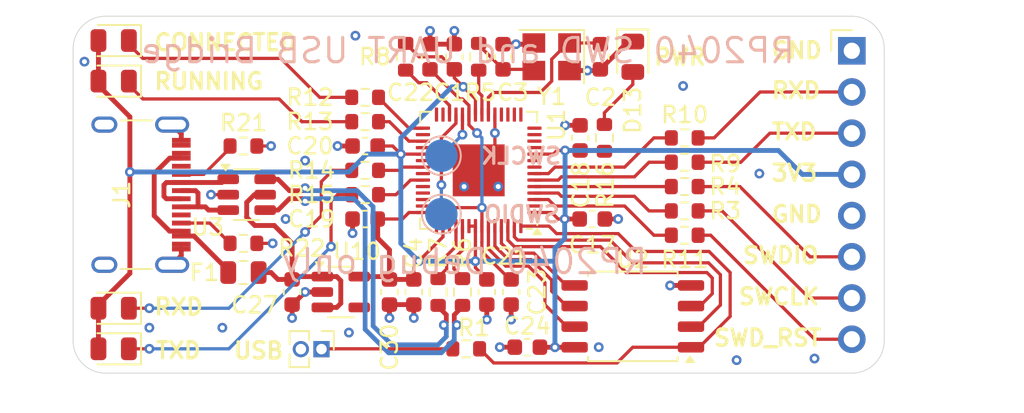
<source format=kicad_pcb>
(kicad_pcb (version 20241229) (generator "pcbnew") (generator_version "9.0")
  (layers (0 "F.Cu" signal) (4 "In1.Cu" signal) (6 "In2.Cu" signal) (2 "B.Cu" signal) (13 "F.Paste" user) (15 "B.Paste" user) (5 "F.SilkS" user "F.Silkscreen") (7 "B.SilkS" user "B.Silkscreen") (1 "F.Mask" user) (3 "B.Mask" user) (25 "Edge.Cuts" user))
  (net 0 "")
  (net 1 "+3V3")
  (net 2 "GND")
  (net 3 "Net-(U1-XIN)")
  (net 4 "Net-(C3-Pad1)")
  (net 5 "Net-(U1-VREG_VOUT)")
  (net 6 "+5V")
  (net 7 "Net-(D13-A)")
  (net 8 "Net-(F1-Pad1)")
  (net 10 "Net-(J1-D--PadA7)")
  (net 11 "Net-(J1-D+-PadA6)")
  (net 12 "Net-(J1-CC1)")
  (net 14 "Net-(J1-CC2)")
  (net 15 "/~{USB_BOOT}")
  (net 16 "/QSPI_SS")
  (net 17 "Net-(U1-GPIO2)")
  (net 18 "/SWCLK")
  (net 19 "Net-(U1-GPIO3)")
  (net 20 "/SWDIO")
  (net 21 "Net-(U1-XOUT)")
  (net 22 "/USB_D+")
  (net 23 "/USB_D-")
  (net 24 "/RUN")
  (net 25 "/TX")
  (net 26 "Net-(U1-GPIO4)")
  (net 27 "/RX")
  (net 28 "Net-(U1-GPIO5)")
  (net 29 "/QSPI_SD0")
  (net 32 "/QSPI_SD3")
  (net 33 "/QSPI_SD2")
  (net 34 "/QSPI_SD1")
  (net 42 "/QSPI_SCLK")
  (net 56 "Net-(D9-K)")
  (net 57 "Net-(D10-K)")
  (net 58 "Net-(D11-K)")
  (net 59 "Net-(D12-K)")
  (net 60 "/RST")
  (net 61 "Net-(U1-GPIO1)")
  (net 62 "/RUSB_D+")
  (net 63 "/RUSB_D-")
  (net 64 "Net-(U1-SWCLK)")
  (net 65 "Net-(U1-SWD)")
  (net 66 "/GPIO18")
  (net 67 "/GPIO20")
  (net 68 "/GPIO23")
  (net 69 "/GPIO25")
  (footprint "Capacitor_SMD:C_0603_1608Metric" (layer "F.Cu") (at 125 105.4 180)
    (property "Reference" "C24")
    (property "Value" "1uF")
  )
  (footprint "Fuse:Fuse_0805_2012Metric" (layer "F.Cu") (at 107.5 100.8)
    (property "Reference" "F1")
    (property "Value" "Polyfuse")
  )
  (footprint "Connector_PinHeader_2.54mm:PinHeader_1x08_P2.54mm_Horizontal" (layer "F.Cu") (at 145 87.13)
    (property "Reference" "J3" (hide yes))
    (property "Value" "Conn_01x08_Pin")
  )
  (footprint "LED_SMD:LED_0805_2012Metric" (layer "F.Cu") (at 99.5 89 180)
    (property "Reference" "D10" (hide yes))
    (property "Value" "DAP_RUNNING_LED")
  )
  (footprint "LED_SMD:LED_0805_2012Metric" (layer "F.Cu") (at 131.5 87.5 -90)
    (property "Reference" "D13")
    (property "Value" "PWR")
  )
  (footprint "Capacitor_SMD:C_0603_1608Metric" (layer "F.Cu") (at 129 97.5)
    (property "Reference" "C17")
    (property "Value" "1uF")
  )
  (footprint "Crystal:Crystal_SMD_3225-4Pin_3.2x2.5mm" (layer "F.Cu") (at 126.5 87.5 180)
    (property "Reference" "Y1")
    (property "Value" "ABM8-272-T3")
  )
  (footprint "Capacitor_SMD:C_0603_1608Metric" (layer "F.Cu") (at 119 87.5 90)
    (property "Reference" "C22")
    (property "Value" "1uF")
  )
  (footprint "Resistor_SMD:R_0603_1608Metric" (layer "F.Cu") (at 107.5 99)
    (property "Reference" "R22")
    (property "Value" "5.1K")
  )
  (footprint "Resistor_SMD:R_0603_1608Metric" (layer "F.Cu") (at 134.7 94)
    (property "Reference" "R9")
    (property "Value" "100R")
  )
  (footprint "Capacitor_SMD:C_0603_1608Metric" (layer "F.Cu") (at 118 102 -90)
    (property "Reference" "C4")
    (property "Value" "1uF")
  )
  (footprint "Package_TO_SOT_SMD:SOT-23-6" (layer "F.Cu") (at 107.7 96)
    (property "Reference" "U3")
    (property "Value" "USBLC6-2SC6")
  )
  (footprint "Capacitor_SMD:C_0603_1608Metric" (layer "F.Cu") (at 122.5 102 -90)
    (property "Reference" "C21")
    (property "Value" "1uF")
  )
  (footprint "Capacitor_SMD:C_0603_1608Metric" (layer "F.Cu") (at 129.5 87.5 -90)
    (property "Reference" "C2")
    (property "Value" "15pF")
  )
  (footprint "Resistor_SMD:R_0603_1608Metric" (layer "F.Cu") (at 115 96 180)
    (property "Reference" "R15")
    (property "Value" "1K")
  )
  (footprint "Resistor_SMD:R_0603_1608Metric" (layer "F.Cu") (at 122 87.5 90)
    (property "Reference" "R5")
    (property "Value" "1k")
  )
  (footprint "Capacitor_SMD:C_0603_1608Metric" (layer "F.Cu") (at 123.5 87.5 90)
    (property "Reference" "C3")
    (property "Value" "15pF")
  )
  (footprint "Capacitor_SMD:C_0603_1608Metric" (layer "F.Cu") (at 124 102 -90)
    (property "Reference" "C23")
    (property "Value" "1uF")
  )
  (footprint "Resistor_SMD:R_0603_1608Metric" (layer "F.Cu") (at 119.5 102 -90)
    (property "Reference" "R7")
    (property "Value" "27R")
  )
  (footprint "Resistor_SMD:R_0603_1608Metric" (layer "F.Cu") (at 134.7 95.5)
    (property "Reference" "R4")
    (property "Value" "100R")
  )
  (footprint "Capacitor_SMD:C_0603_1608Metric" (layer "F.Cu") (at 128.25 92.5 90)
    (property "Reference" "C18")
    (property "Value" "1uF")
  )
  (footprint "Capacitor_SMD:C_0603_1608Metric" (layer "F.Cu") (at 120.5 87.5 90)
    (property "Reference" "C1")
    (property "Value" "1uF")
  )
  (footprint "Capacitor_SMD:C_0603_1608Metric" (layer "F.Cu") (at 116.5 102 -90)
    (property "Reference" "C30")
    (property "Value" "1uF")
  )
  (footprint "Racing:U263-163N-4OS1735" (layer "F.Cu") (at 100 96 -90)
    (property "Reference" "J1")
    (property "Value" "USB_C_Receptacle_USB2.0")
  )
  (footprint "Resistor_SMD:R_0603_1608Metric" (layer "F.Cu") (at 134.7 92.5)
    (property "Reference" "R10")
    (property "Value" "100R")
  )
  (footprint "Resistor_SMD:R_0603_1608Metric" (layer "F.Cu") (at 117.5 87.5 -90)
    (property "Reference" "R8")
    (property "Value" "10k")
  )
  (footprint "Capacitor_SMD:C_0603_1608Metric" (layer "F.Cu") (at 115 97.5 180)
    (property "Reference" "C19")
    (property "Value" "1uF")
  )
  (footprint "Resistor_SMD:R_0603_1608Metric" (layer "F.Cu") (at 115 94.5 180)
    (property "Reference" "R14")
    (property "Value" "1K")
  )
  (footprint "Resistor_SMD:R_0603_1608Metric" (layer "F.Cu") (at 129.75 92.5 -90)
    (property "Reference" "R16")
    (property "Value" "1K")
  )
  (footprint "LED_SMD:LED_0805_2012Metric" (layer "F.Cu") (at 99.5 103 180)
    (property "Reference" "D11" (hide yes))
    (property "Value" "RX_LED")
  )
  (footprint "Resistor_SMD:R_0603_1608Metric" (layer "F.Cu") (at 107.5 93)
    (property "Reference" "R21")
    (property "Value" "5.1K")
  )
  (footprint "Resistor_SMD:R_0603_1608Metric" (layer "F.Cu") (at 134.7 97)
    (property "Reference" "R3")
    (property "Value" "100R")
  )
  (footprint "Resistor_SMD:R_0603_1608Metric" (layer "F.Cu") (at 115 91.5 180)
    (property "Reference" "R13")
    (property "Value" "1K")
  )
  (footprint "Capacitor_SMD:C_0603_1608Metric" (layer "F.Cu") (at 110.5 101.999999 -90)
    (property "Reference" "C27")
    (property "Value" "1uF")
  )
  (footprint "LED_SMD:LED_0805_2012Metric" (layer "F.Cu") (at 99.5 105.5 180)
    (property "Reference" "D12" (hide yes))
    (property "Value" "TX_LED")
  )
  (footprint "Connector_PinHeader_1.27mm:PinHeader_1x02_P1.27mm_Vertical" (layer "F.Cu") (at 112.310001 105.52 -90)
    (property "Reference" "J2" (hide yes))
    (property "Value" "USB_BOOT")
  )
  (footprint "Resistor_SMD:R_0603_1608Metric" (layer "F.Cu") (at 115 90 180)
    (property "Reference" "R12")
    (property "Value" "1K")
  )
  (footprint "Capacitor_SMD:C_0603_1608Metric" (layer "F.Cu") (at 115 93 180)
    (property "Reference" "C20")
    (property "Value" "1uF")
  )
  (footprint "LED_SMD:LED_0805_2012Metric" (layer "F.Cu") (at 99.5 86.5 180)
    (property "Reference" "D9" (hide yes))
    (property "Value" "DAP_CONNECTED")
  )
  (footprint "Resistor_SMD:R_0603_1608Metric" (layer "F.Cu") (at 121.229999 105.5 180)
    (property "Reference" "R1")
    (property "Value" "1k")
  )
  (footprint "Resistor_SMD:R_0603_1608Metric" (layer "F.Cu") (at 121 102 90)
    (property "Reference" "R6")
    (property "Value" "27R")
  )
  (footprint "Package_SO:SOIC-8_5.3x5.3mm_P1.27mm" (layer "F.Cu") (at 131.5 103.5 180)
    (property "Reference" "U2")
    (property "Value" "W25Q128JVS")
  )
  (footprint "Package_TO_SOT_SMD:SOT-23-5" (layer "F.Cu") (at 113.5 102)
    (property "Reference" "U10")
    (property "Value" "XC6210B332MR")
  )
  (footprint "Resistor_SMD:R_0603_1608Metric" (layer "F.Cu") (at 134.7 98.5)
    (property "Reference" "R11")
    (property "Value" "100R")
  )
  (footprint "Package_DFN_QFN:QFN-56-1EP_7x7mm_P0.4mm_EP3.2x3.2mm" (layer "F.Cu") (at 122 94.5 180)
    (property "Reference" "U1")
    (property "Value" "RP2040")
  )
  (footprint "TestPoint:TestPoint_Pad_D2.0mm" (layer "B.Cu") (at 119.7 93.6 180)
    (property "Reference" "TP1" (hide yes))
    (property "Value" "TestPoint")
  )
  (footprint "TestPoint:TestPoint_Pad_D2.0mm" (layer "B.Cu") (at 119.7 97.2 180)
    (property "Reference" "TP2" (hide yes))
    (property "Value" "TestPoint")
  )
  (gr_arc (start 99 107) (mid 97.585786 106.414214) (end 97 105) (stroke (width 0.05)) (layer "Edge.Cuts"))
  (gr_line (start 147 105) (end 147 87) (stroke (width 0.05)) (layer "Edge.Cuts"))
  (gr_line (start 99 107) (end 145 107) (stroke (width 0.05)) (layer "Edge.Cuts"))
  (gr_arc (start 147 105) (mid 146.414214 106.414214) (end 145 107) (stroke (width 0.05)) (layer "Edge.Cuts"))
  (gr_line (start 145 85) (end 99 85) (stroke (width 0.05)) (layer "Edge.Cuts"))
  (gr_arc (start 97 87) (mid 97.585786 85.585786) (end 99 85) (stroke (width 0.05)) (layer "Edge.Cuts"))
  (gr_line (start 97 87) (end 97 105) (stroke (width 0.05)) (layer "Edge.Cuts"))
  (gr_arc (start 145 85) (mid 146.414214 85.585786) (end 147 87) (stroke (width 0.05)) (layer "Edge.Cuts"))
  (gr_text "3V3" (at 139.954 95.25 0) (layer "F.SilkS") (effects (font (size 1 1) (thickness 0.2) (bold yes)) (justify left bottom)))
  (gr_text "SWCLK\n" (at 137.922 102.87 0) (layer "F.SilkS") (effects (font (size 1 1) (thickness 0.2) (bold yes)) (justify left bottom)))
  (gr_text "RUNNING\n" (at 101.9 89.6 0) (layer "F.SilkS") (effects (font (size 1 1) (thickness 0.2) (bold yes)) (justify left bottom)))
  (gr_text "CONNECTED" (at 101.9 87.2 0) (layer "F.SilkS") (effects (font (size 1 1) (thickness 0.2) (bold yes)) (justify left bottom)))
  (gr_text "GND\n" (at 139.954 87.7 0) (layer "F.SilkS") (effects (font (size 1 1) (thickness 0.2) (bold yes)) (justify left bottom)))
  (gr_text "RXD\n" (at 101.9 103.5 0) (layer "F.SilkS") (effects (font (size 1 1) (thickness 0.2) (bold yes)) (justify left bottom)))
  (gr_text "SWD_RST" (at 136.398 105.41 0) (layer "F.SilkS") (effects (font (size 1 1) (thickness 0.2) (bold yes)) (justify left bottom)))
  (gr_text "TXD\n\n" (at 102 107.8 0) (layer "F.SilkS") (effects (font (size 1 1) (thickness 0.2) (bold yes)) (justify left bottom)))
  (gr_text "GND\n" (at 139.954 97.79 0) (layer "F.SilkS") (effects (font (size 1 1) (thickness 0.2) (bold yes)) (justify left bottom)))
  (gr_text "TXD\n" (at 139.954 92.71 0) (layer "F.SilkS") (effects (font (size 1 1) (thickness 0.2) (bold yes)) (justify left bottom)))
  (gr_text "RXD" (at 139.954 90.17 0) (layer "F.SilkS") (effects (font (size 1 1) (thickness 0.2) (bold yes)) (justify left bottom)))
  (gr_text "SWDIO\n" (at 138.176 100.33 0) (layer "F.SilkS") (effects (font (size 1 1) (thickness 0.2) (bold yes)) (justify left bottom)))
  (gr_text "PWR" (at 132.7 88.1 0) (layer "F.SilkS") (effects (font (size 1 1) (thickness 0.2) (bold yes)) (justify left bottom)))
  (gr_text "USB" (at 106.8 106.2 0) (layer "F.SilkS") (effects (font (size 1 1) (thickness 0.2) (bold yes)) (justify left bottom)))
  (gr_text "RP2040 Debug only" (at 132.5 101 0) (layer "B.SilkS") (effects (font (size 1.5 1.5) (thickness 0.1875)) (justify left bottom mirror)))
  (gr_text "RP2040 SWD and UART USB Bridge" (at 141.6 88 0) (layer "B.SilkS") (effects (font (size 1.5 1.5) (thickness 0.1875)) (justify left bottom mirror)))
  (gr_text "SWCLK\n" (at 127.2 94.2 -0) (layer "B.SilkS") (effects (font (size 1 1) (thickness 0.2) (bold yes)) (justify left bottom mirror)))
  (gr_text "SWDIO\n" (at 127.1 97.8 -0) (layer "B.SilkS") (effects (font (size 1 1) (thickness 0.2) (bold yes)) (justify left bottom mirror)))
  (segment (start 126.9 97.5) (end 126.5 97.1) (width 0.2) (layer "F.Cu") (net 1))
  (segment (start 119.4 97.9375) (end 119.800001 97.9375) (width 0.2) (layer "F.Cu") (net 1))
  (segment (start 118.3 100.1) (end 118 100.4) (width 0.2) (layer "F.Cu") (net 1))
  (segment (start 118 100.4) (end 118 101.225) (width 0.2) (layer "F.Cu") (net 1))
  (segment (start 98.5625 105.5) (end 98.5625 103) (width 0.3) (layer "F.Cu") (net 1))
  (segment (start 128.25 93.275) (end 127.325 93.275) (width 0.3) (layer "F.Cu") (net 1))
  (segment (start 121.399999 97.9375) (end 121.8 97.9375) (width 0.2) (layer "F.Cu") (net 1))
  (segment (start 128.225 97.5) (end 127.3 97.5) (width 0.3) (layer "F.Cu") (net 1))
  (segment (start 117.7 97.1) (end 118.5625 97.1) (width 0.2) (layer "F.Cu") (net 1))
  (segment (start 127.325 93.275) (end 126.825 93.275) (width 0.2) (layer "F.Cu") (net 1))
  (segment (start 121.799 99.799) (end 121.799 97.9375) (width 0.2) (layer "F.Cu") (net 1))
  (segment (start 126.825 93.275) (end 126.6 93.5) (width 0.2) (layer "F.Cu") (net 1))
  (segment (start 98.5625 103) (end 98.5625 102.7875) (width 0.3) (layer "F.Cu") (net 1))
  (segment (start 115.775 93) (end 116.7 93) (width 0.2) (layer "F.Cu") (net 1))
  (segment (start 118.325 87.5) (end 119.725 87.5) (width 0.2) (layer "F.Cu") (net 1))
  (segment (start 126.6 93.5) (end 125.4375 93.5) (width 0.2) (layer "F.Cu") (net 1))
  (segment (start 116.5 101.225) (end 116.5 99.4) (width 0.3) (layer "F.Cu") (net 1))
  (segment (start 121.8 99.8) (end 121.799 99.799) (width 0.2) (layer "F.Cu") (net 1))
  (segment (start 129.75 93.325) (end 129.775 93.325) (width 0.3) (layer "F.Cu") (net 1))
  (segment (start 119.800001 98.599999) (end 119.800001 97.9375) (width 0.2) (layer "F.Cu") (net 1))
  (segment (start 119.725 87.5) (end 120.5 88.275) (width 0.2) (layer "F.Cu") (net 1))
  (segment (start 129.7 93.275) (end 129.75 93.325) (width 0.3) (layer "F.Cu") (net 1))
  (segment (start 122.5 101.2) (end 122.5 101.225) (width 0.2) (layer "F.Cu") (net 1))
  (segment (start 98.5625 89) (end 98.5625 86.5) (width 0.3) (layer "F.Cu") (net 1))
  (segment (start 121.8 100.5) (end 122.5 101.2) (width 0.2) (layer "F.Cu") (net 1))
  (segment (start 127.325 93.275) (end 127.3 93.3) (width 0.3) (layer "F.Cu") (net 1))
  (segment (start 126.5 97.1) (end 125.4375 97.1) (width 0.2) (layer "F.Cu") (net 1))
  (segment (start 115.775 98.675) (end 115.775 97.5) (width 0.3) (layer "F.Cu") (net 1))
  (segment (start 121.05 89.35) (end 120.5 88.8) (width 0.2) (layer "F.Cu") (net 1))
  (segment (start 115.775 97.5) (end 117.3 97.5) (width 0.2) (layer "F.Cu") (net 1))
  (segment (start 120.5 88.8) (end 120.5 88.275) (width 0.2) (layer "F.Cu") (net 1))
  (segment (start 127.9125 105.405) (end 126.7 105.405) (width 0.3) (layer "F.Cu") (net 1))
  (segment (start 121.8 90.1) (end 121.05 89.35) (width 0.2) (layer "F.Cu") (net 1))
  (segment (start 128.25 93.275) (end 129.7 93.275) (width 0.3) (layer "F.Cu") (net 1))
  (segment (start 100.5 100.85) (end 100.5 91.2) (width 0.3) (layer "F.Cu") (net 1))
  (segment (start 117.5 86.675) (end 118.325 87.5) (width 0.2) (layer "F.Cu") (net 1))
  (segment (start 116.7 93) (end 117.2 93.5) (width 0.2) (layer "F.Cu") (net 1))
  (segment (start 127.8175 105.5) (end 127.9125 105.405) (width 0.2) (layer "F.Cu") (net 1))
  (segment (start 116.325001 101.050001) (end 116.5 101.225) (width 0.3) (layer "F.Cu") (net 1))
  (segment (start 98.5625 102.7875) (end 100.5 100.85) (width 0.3) (layer "F.Cu") (net 1))
  (segment (start 116.5 99.4) (end 115.775 98.675) (width 0.3) (layer "F.Cu") (net 1))
  (segment (start 125.87 105.405) (end 125.775 105.5) (width 0.3) (layer "F.Cu") (net 1))
  (segment (start 121.8 100.1) (end 121.8 99.8) (width 0.2) (layer "F.Cu") (net 1))
  (segment (start 126.7 105.405) (end 125.87 105.405) (width 0.3) (layer "F.Cu") (net 1))
  (segment (start 116.5 101.225) (end 118 101.225) (width 0.3) (layer "F.Cu") (net 1))
  (segment (start 121.8 91.0625) (end 121.8 90.1) (width 0.2) (layer "F.Cu") (net 1))
  (segment (start 117.3 97.5) (end 117.7 97.1) (width 0.2) (layer "F.Cu") (net 1))
  (segment (start 100.5 91.2) (end 98.5625 89.2625) (width 0.3) (layer "F.Cu") (net 1))
  (segment (start 114.6375 101.050001) (end 116.325001 101.050001) (width 0.3) (layer "F.Cu") (net 1))
  (segment (start 98.5625 89.2625) (end 98.5625 89) (width 0.3) (layer "F.Cu") (net 1))
  (segment (start 121.8 100.1) (end 121.8 100.5) (width 0.2) (layer "F.Cu") (net 1))
  (segment (start 117.2 93.5) (end 118.5625 93.5) (width 0.2) (layer "F.Cu") (net 1))
  (segment (start 127.3 97.5) (end 126.9 97.5) (width 0.2) (layer "F.Cu") (net 1))
  (segment (start 118.3 100.1) (end 119.800001 98.599999) (width 0.2) (layer "F.Cu") (net 1))
  (via (at 117.2 93.5) (size 0.6) (drill 0.3) (layers "F.Cu" "B.Cu") (net 1))
  (via (at 127.325 93.275) (size 0.6) (drill 0.3) (layers "F.Cu" "B.Cu") (net 1))
  (via (at 118.3 100.1) (size 0.6) (drill 0.3) (layers "F.Cu" "B.Cu") (net 1))
  (via (at 100.5 94.6) (size 0.6) (drill 0.3) (layers "F.Cu" "B.Cu") (net 1))
  (via (at 121.8 100.1) (size 0.6) (drill 0.3) (layers "F.Cu" "B.Cu") (net 1))
  (via (at 127.3 97.5) (size 0.6) (drill 0.3) (layers "F.Cu" "B.Cu") (net 1))
  (via (at 126.7 105.405) (size 0.6) (drill 0.3) (layers "F.Cu" "B.Cu") (net 1))
  (via (at 121.05 89.35) (size 0.6) (drill 0.3) (layers "F.Cu" "B.Cu") (net 1))
  (segment (start 145 94.75) (end 141.95 94.75) (width 0.3) (layer "B.Cu") (net 1))
  (segment (start 117.2 92.5) (end 120.35 89.35) (width 0.3) (layer "B.Cu") (net 1))
  (segment (start 127.3 98.7) (end 127.3 97.5) (width 0.3) (layer "B.Cu") (net 1))
  (segment (start 115.1 93.5) (end 114 94.6) (width 0.3) (layer "B.Cu") (net 1))
  (segment (start 117.2 96.4) (end 117.2 93.5) (width 0.3) (layer "B.Cu") (net 1))
  (segment (start 127.325 97.375) (end 127.325 93.275) (width 0.3) (layer "B.Cu") (net 1))
  (segment (start 120.35 89.35) (end 121.05 89.35) (width 0.3) (layer "B.Cu") (net 1))
  (segment (start 117.2 93.5) (end 115.1 93.5) (width 0.3) (layer "B.Cu") (net 1))
  (segment (start 127.3 97.4) (end 127.325 97.375) (width 0.3) (layer "B.Cu") (net 1))
  (segment (start 127.3 97.5) (end 127.3 97.4) (width 0.3) (layer "B.Cu") (net 1))
  (segment (start 121.8 100.1) (end 118.3 100.1) (width 0.3) (layer "B.Cu") (net 1))
  (segment (start 126.7 100.1) (end 126.7 99.3) (width 0.3) (layer "B.Cu") (net 1))
  (segment (start 117.2 99) (end 117.2 96.4) (width 0.3) (layer "B.Cu") (net 1))
  (segment (start 126.7 99.3) (end 127.3 98.7) (width 0.3) (layer "B.Cu") (net 1))
  (segment (start 141.95 94.75) (end 140.475 93.275) (width 0.3) (layer "B.Cu") (net 1))
  (segment (start 126.7 105.405) (end 126.7 100.1) (width 0.3) (layer "B.Cu") (net 1))
  (segment (start 126.7 100.1) (end 121.8 100.1) (width 0.3) (layer "B.Cu") (net 1))
  (segment (start 117.2 93.5) (end 117.2 92.5) (width 0.3) (layer "B.Cu") (net 1))
  (segment (start 118.3 100.1) (end 117.2 99) (width 0.3) (layer "B.Cu") (net 1))
  (segment (start 140.475 93.275) (end 127.325 93.275) (width 0.3) (layer "B.Cu") (net 1))
  (segment (start 114 94.6) (end 100.5 94.6) (width 0.3) (layer "B.Cu") (net 1))
  (segment (start 119 86.725) (end 119 85.9) (width 0.3) (layer "F.Cu") (net 2))
  (segment (start 123 93.5) (end 122 94.5) (width 0.2) (layer "F.Cu") (net 2))
  (segment (start 118 102.775) (end 118 103.6) (width 0.3) (layer "F.Cu") (net 2))
  (segment (start 108.325 99) (end 109.3 99) (width 0.2) (layer "F.Cu") (net 2))
  (segment (start 105.5 96) (end 105.3 96) (width 0.2) (layer "F.Cu") (net 2))
  (segment (start 125.325 86.725) (end 125.4 86.65) (width 0.3) (layer "F.Cu") (net 2))
  (segment (start 106.3625 96) (end 105.5 96) (width 0.2) (layer "F.Cu") (net 2))
  (segment (start 127.6 88.35) (end 128.7 88.35) (width 0.3) (layer "F.Cu") (net 2))
  (segment (start 128.7 88.35) (end 129.425 88.35) (width 0.3) (layer "F.Cu") (net 2))
  (segment (start 118 103.6) (end 118 103.7) (width 0.3) (layer "F.Cu") (net 2))
  (segment (start 103.67 99.755) (end 103.105 100.32) (width 0.3) (layer "F.Cu") (net 2))
  (segment (start 110.525001 102.774999) (end 111.3 102) (width 0.3) (layer "F.Cu") (net 2))
  (segment (start 131.5 86.562499) (end 131.212501 86.562499) (width 0.3) (layer "F.Cu") (net 2))
  (segment (start 114.225 98.375) (end 114.2 98.4) (width 0.3) (layer "F.Cu") (net 2))
  (segment (start 120.5 86.725) (end 120.5 85.9) (width 0.3) (layer "F.Cu") (net 2))
  (segment (start 116.5 102.775) (end 116.5 103.6) (width 0.3) (layer "F.Cu") (net 2))
  (segment (start 124.225 105.4) (end 123.3 105.4) (width 0.3) (layer "F.Cu") (net 2))
  (segment (start 108.325 93) (end 109.2 93) (width 0.2) (layer "F.Cu") (net 2))
  (segment (start 123.5 86.725) (end 124.3 86.725) (width 0.3) (layer "F.Cu") (net 2))
  (segment (start 111.3 102) (end 112.3625 102) (width 0.3) (layer "F.Cu") (net 2))
  (segment (start 114.225 93) (end 113.3 93) (width 0.3) (layer "F.Cu") (net 2))
  (segment (start 120.5 86.725) (end 119 86.725) (width 0.3) (layer "F.Cu") (net 2))
  (segment (start 128.25 91.725) (end 127.325 91.725) (width 0.3) (layer "F.Cu") (net 2))
  (segment (start 114.225 97.5) (end 114.225 98.375) (width 0.3) (layer "F.Cu") (net 2))
  (segment (start 103.67 92.65) (end 103.67 92.245) (width 0.3) (layer "F.Cu") (net 2))
  (segment (start 122.5 102.775) (end 122.5 103.7) (width 0.3) (layer "F.Cu") (net 2))
  (segment (start 110.5 102.774999) (end 110.5 103.6) (width 0.3) (layer "F.Cu") (net 2))
  (segment (start 135.0875 101.595) (end 133.805 101.595) (width 0.3) (layer "F.Cu") (net 2))
  (segment (start 129.425 88.35) (end 129.5 88.275) (width 0.3) (layer "F.Cu") (net 2))
  (segment (start 124 102.775) (end 124 103.7) (width 0.3) (layer "F.Cu") (net 2))
  (segment (start 133.805 101.595) (end 133.8 101.6) (width 0.3) (layer "F.Cu") (net 2))
  (segment (start 129.775 97.5) (end 130.6 97.5) (width 0.3) (layer "F.Cu") (net 2))
  (segment (start 103.67 92.245) (end 103.105 91.68) (width 0.3) (layer "F.Cu") (net 2))
  (segment (start 123.3 105.4) (end 123.2 105.4) (width 0.3) (layer "F.Cu") (net 2))
  (segment (start 123 91.0625) (end 123 92.2) (width 0.2) (layer "F.Cu") (net 2))
  (segment (start 110.5 102.774999) (end 110.525001 102.774999) (width 0.3) (layer "F.Cu") (net 2))
  (segment (start 116.5 102.775) (end 118 102.775) (width 0.3) (layer "F.Cu") (net 2))
  (segment (start 131.212501 86.562499) (end 129.5 88.275) (width 0.3) (layer "F.Cu") (net 2))
  (segment (start 123 92.2) (end 123 93.5) (width 0.2) (layer "F.Cu") (net 2))
  (segment (start 103.67 99.35) (end 103.67 99.755) (width 0.3) (layer "F.Cu") (net 2))
  (segment (start 124.3 86.725) (end 125.325 86.725) (width 0.3) (layer "F.Cu") (net 2))
  (segment (start 130.6 97.5) (end 130.7 97.5) (width 0.3) (layer "F.Cu") (net 2))
  (via (at 101.7 104.2) (size 0.6) (drill 0.3) (layers "F.Cu" "B.Cu") (net 2))
  (via (at 118 103.6) (size 0.6) (drill 0.3) (layers "F.Cu" "B.Cu") (net 2))
  (via (at 142.7 106.1) (size 0.6) (drill 0.3) (layers "F.Cu" "B.Cu") (net 2))
  (via (at 97.7 87.8) (size 0.6) (drill 0.3) (layers "F.Cu" "B.Cu") (net 2))
  (via (at 109.3 99) (size 0.6) (drill 0.3) (layers "F.Cu" "B.Cu") (net 2))
  (via (at 133.8 101.6) (size 0.6) (drill 0.3) (layers "F.Cu" "B.Cu") (net 2))
  (via (at 110.5 103.6) (size 0.6) (drill 0.3) (layers "F.Cu" "B.Cu") (net 2))
  (via (at 114.4 86.2) (size 0.6) (drill 0.3) (layers "F.Cu" "B.Cu") (net 2))
  (via (at 137.9 106.2) (size 0.6) (drill 0.3) (layers "F.Cu" "B.Cu") (net 2))
  (via (at 111.3 102) (size 0.6) (drill 0.3) (layers "F.Cu" "B.Cu") (net 2))
  (via (at 129.4 105.4) (size 0.6) (drill 0.3) (layers "F.Cu" "B.Cu") (net 2))
  (via (at 124.3 86.725) (size 0.6) (drill 0.3) (layers "F.Cu" "B.Cu") (net 2))
  (via (at 120.5 85.9) (size 0.6) (drill 0.3) (layers "F.Cu" "B.Cu") (net 2))
  (via (at 123.3 105.4) (size 0.6) (drill 0.3) (layers "F.Cu" "B.Cu") (net 2))
  (via (at 106.2 104.2) (size 0.6) (drill 0.3) (layers "F.Cu" "B.Cu") (net 2))
  (via (at 113.3 93) (size 0.6) (drill 0.3) (layers "F.Cu" "B.Cu") (net 2))
  (via (at 114 104.5) (size 0.6) (drill 0.3) (layers "F.Cu" "B.Cu") (net 2))
  (via (at 119 85.9) (size 0.6) (drill 0.3) (layers "F.Cu" "B.Cu") (net 2))
  (via (at 123 92.2) (size 0.6) (drill 0.3) (layers "F.Cu" "B.Cu") (net 2))
  (via (at 122.5 103.7) (size 0.6) (drill 0.3) (layers "F.Cu" "B.Cu") (net 2))
  (via (at 110.1 97.5) (size 0.6) (drill 0.3) (layers "F.Cu" "B.Cu") (net 2))
  (via (at 139.3 94.7) (size 0.6) (drill 0.3) (layers "F.Cu" "B.Cu") (net 2))
  (via (at 124 103.7) (size 0.6) (drill 0.3) (layers "F.Cu" "B.Cu") (net 2))
  (via (at 121.1 95.5) (size 0.6) (drill 0.3) (layers "F.Cu" "B.Cu") (net 2))
  (via (at 105.5 96) (size 0.6) (drill 0.3) (layers "F.Cu" "B.Cu") (net 2))
  (via (at 123.2 95.5) (size 0.6) (drill 0.3) (layers "F.Cu" "B.Cu") (net 2))
  (via (at 130.6 97.5) (size 0.6) (drill 0.3) (layers "F.Cu" "B.Cu") (net 2))
  (via (at 114.225 98.375) (size 0.6) (drill 0.3) (layers "F.Cu" "B.Cu") (net 2))
  (via (at 111.3 93.9) (size 0.6) (drill 0.3) (layers "F.Cu" "B.Cu") (net 2))
  (via (at 134.6 89.3) (size 0.6) (drill 0.3) (layers "F.Cu" "B.Cu") (net 2))
  (via (at 109.2 93) (size 0.6) (drill 0.3) (layers "F.Cu" "B.Cu") (net 2))
  (via (at 127.325 91.725) (size 0.6) (drill 0.3) (layers "F.Cu" "B.Cu") (net 2))
  (via (at 116.5 103.6) (size 0.6) (drill 0.3) (layers "F.Cu" "B.Cu") (net 2))
  (via (at 128.7 88.35) (size 0.6) (drill 0.3) (layers "F.Cu" "B.Cu") (net 2))
  (segment (start 127.5 86.65) (end 127.6 86.65) (width 0.2) (layer "F.Cu") (net 3))
  (segment (start 125.8 89.7) (end 126.5 89) (width 0.2) (layer "F.Cu") (net 3))
  (segment (start 127.6 86.65) (end 129.425 86.65) (width 0.2) (layer "F.Cu") (net 3))
  (segment (start 126.5 87.65) (end 127.5 86.65) (width 0.2) (layer "F.Cu") (net 3))
  (segment (start 122.600001 89.999999) (end 122.9 89.7) (width 0.2) (layer "F.Cu") (net 3))
  (segment (start 129.425 86.65) (end 129.5 86.725) (width 0.2) (layer "F.Cu") (net 3))
  (segment (start 122.600001 91.0625) (end 122.600001 89.999999) (width 0.2) (layer "F.Cu") (net 3))
  (segment (start 126.5 89) (end 126.5 87.65) (width 0.2) (layer "F.Cu") (net 3))
  (segment (start 122.9 89.7) (end 125.8 89.7) (width 0.2) (layer "F.Cu") (net 3))
  (segment (start 122 86.775) (end 123.5 88.275) (width 0.2) (layer "F.Cu") (net 4))
  (segment (start 122 86.675) (end 122 86.775) (width 0.2) (layer "F.Cu") (net 4))
  (segment (start 123.5 88.275) (end 125.325 88.275) (width 0.2) (layer "F.Cu") (net 4))
  (segment (start 125.325 88.275) (end 125.4 88.35) (width 0.2) (layer "F.Cu") (net 4))
  (segment (start 120.825 90.1) (end 119 88.275) (width 0.2) (layer "F.Cu") (net 5))
  (segment (start 121.399999 91.0625) (end 121.399999 90.499999) (width 0.2) (layer "F.Cu") (net 5))
  (segment (start 120.2 97.9375) (end 120.2 97) (width 0.2) (layer "F.Cu") (net 5))
  (segment (start 119.2079 88.275) (end 119 88.275) (width 0.2) (layer "F.Cu") (net 5))
  (segment (start 123.9237 101.225) (end 122.199001 99.500301) (width 0.2) (layer "F.Cu") (net 5))
  (segment (start 124 101.225) (end 123.9237 101.225) (width 0.2) (layer "F.Cu") (net 5))
  (segment (start 121.399999 90.499999) (end 121 90.1) (width 0.2) (layer "F.Cu") (net 5))
  (segment (start 121.9 92.2) (end 121.399999 91.699999) (width 0.2) (layer "F.Cu") (net 5))
  (segment (start 120.2 97) (end 120.4 96.8) (width 0.2) (layer "F.Cu") (net 5))
  (segment (start 122.2 98.9342) (end 122.2 97.9375) (width 0.2) (layer "F.Cu") (net 5))
  (segment (start 120.4 96.8) (end 122.2 96.8) (width 0.2) (layer "F.Cu") (net 5))
  (segment (start 121 90.1) (end 120.825 90.1) (width 0.2) (layer "F.Cu") (net 5))
  (segment (start 121.399999 91.699999) (end 121.399999 91.0625) (width 0.2) (layer "F.Cu") (net 5))
  (segment (start 122.199001 98.935199) (end 122.2 98.9342) (width 0.2) (layer "F.Cu") (net 5))
  (segment (start 122.199001 99.500301) (end 122.199001 98.935199) (width 0.2) (layer "F.Cu") (net 5))
  (segment (start 122.2 96.8) (end 122.2 97.9375) (width 0.2) (layer "F.Cu") (net 5))
  (via (at 122.2 96.8) (size 0.6) (drill 0.3) (layers "F.Cu" "B.Cu") (net 5))
  (via (at 121.9 92.2) (size 0.6) (drill 0.3) (layers "F.Cu" "B.Cu") (net 5))
  (segment (start 122.2 96.8) (end 122.2 92.5) (width 0.2) (layer "B.Cu") (net 5))
  (segment (start 122.2 92.5) (end 121.9 92.2) (width 0.2) (layer "B.Cu") (net 5))
  (segment (start 107.7 97.4) (end 108.2 97.9) (width 0.3) (layer "F.Cu") (net 6))
  (segment (start 108.175001 96) (end 107.7 96.475001) (width 0.3) (layer "F.Cu") (net 6))
  (segment (start 108.2 97.9) (end 109.4 97.9) (width 0.3) (layer "F.Cu") (net 6))
  (segment (start 113.5 101.3) (end 113.250001 101.050001) (width 0.3) (layer "F.Cu") (net 6))
  (segment (start 110.674998 101.050001) (end 110.5 101.224999) (width 0.3) (layer "F.Cu") (net 6))
  (segment (start 110.5 99) (end 110.5 101.224999) (width 0.3) (layer "F.Cu") (net 6))
  (segment (start 109.2 100.8) (end 109.624999 101.224999) (width 0.3) (layer "F.Cu") (net 6))
  (segment (start 108.8375 96) (end 108.175001 96) (width 0.3) (layer "F.Cu") (net 6))
  (segment (start 112.3625 101.050001) (end 110.674998 101.050001) (width 0.3) (layer "F.Cu") (net 6))
  (segment (start 109.624999 101.224999) (end 110.5 101.224999) (width 0.3) (layer "F.Cu") (net 6))
  (segment (start 113.5 102.7) (end 113.5 101.3) (width 0.3) (layer "F.Cu") (net 6))
  (segment (start 113.250001 102.949999) (end 113.5 102.7) (width 0.3) (layer "F.Cu") (net 6))
  (segment (start 113.250001 101.050001) (end 112.3625 101.050001) (width 0.3) (layer "F.Cu") (net 6))
  (segment (start 109.4 97.9) (end 110.5 99) (width 0.3) (layer "F.Cu") (net 6))
  (segment (start 107.7 96.475001) (end 107.7 97.4) (width 0.3) (layer "F.Cu") (net 6))
  (segment (start 108.4375 100.8) (end 109.2 100.8) (width 0.3) (layer "F.Cu") (net 6))
  (segment (start 112.3625 102.949999) (end 113.250001 102.949999) (width 0.3) (layer "F.Cu") (net 6))
  (segment (start 131.5 89.2) (end 131.5 88.437501) (width 0.2) (layer "F.Cu") (net 7))
  (segment (start 129.75 91.675) (end 129.75 90.95) (width 0.2) (layer "F.Cu") (net 7))
  (segment (start 129.75 90.95) (end 131.5 89.2) (width 0.2) (layer "F.Cu") (net 7))
  (segment (start 103.67 98.55) (end 104.45 98.55) (width 0.3) (layer "F.Cu") (net 8))
  (segment (start 102.95 98.25) (end 102 97.3) (width 0.3) (layer "F.Cu") (net 8))
  (segment (start 102 97.3) (end 102 94.7) (width 0.3) (layer "F.Cu") (net 8))
  (segment (start 103.67 98.25) (end 102.95 98.25) (width 0.3) (layer "F.Cu") (net 8))
  (segment (start 104.45 98.55) (end 106.5625 100.6625) (width 0.3) (layer "F.Cu") (net 8))
  (segment (start 106.5625 100.6625) (end 106.5625 101) (width 0.3) (layer "F.Cu") (net 8))
  (segment (start 102 94.7) (end 102.95 93.75) (width 0.3) (layer "F.Cu") (net 8))
  (segment (start 102.95 93.75) (end 103.67 93.75) (width 0.3) (layer "F.Cu") (net 8))
  (segment (start 106.162501 95.25) (end 106.3625 95.050001) (width 0.3) (layer "F.Cu") (net 10))
  (segment (start 103.67 95.25) (end 102.75 95.25) (width 0.3) (layer "F.Cu") (net 10))
  (segment (start 102.75 96.25) (end 102.6 96.1) (width 0.3) (layer "F.Cu") (net 10))
  (segment (start 102.75 95.25) (end 102.6 95.4) (width 0.3) (layer "F.Cu") (net 10))
  (segment (start 103.67 95.25) (end 106.162501 95.25) (width 0.3) (layer "F.Cu") (net 10))
  (segment (start 102.6 96.1) (end 102.6 95.4) (width 0.3) (layer "F.Cu") (net 10))
  (segment (start 103.67 96.25) (end 102.75 96.25) (width 0.3) (layer "F.Cu") (net 10))
  (segment (start 104.9 96.75) (end 104.7 96.75) (width 0.3) (layer "F.Cu") (net 11))
  (segment (start 105.15 96.75) (end 104.9 96.75) (width 0.3) (layer "F.Cu") (net 11))
  (segment (start 104.7 96.75) (end 103.67 96.75) (width 0.3) (layer "F.Cu") (net 11))
  (segment (start 104.7 95.9) (end 104.7 96.75) (width 0.3) (layer "F.Cu") (net 11))
  (segment (start 105.349999 96.949999) (end 105.15 96.75) (width 0.3) (layer "F.Cu") (net 11))
  (segment (start 104.55 95.75) (end 104.7 95.9) (width 0.3) (layer "F.Cu") (net 11))
  (segment (start 106.3625 96.949999) (end 105.349999 96.949999) (width 0.3) (layer "F.Cu") (net 11))
  (segment (start 103.67 95.75) (end 104.55 95.75) (width 0.3) (layer "F.Cu") (net 11))
  (segment (start 105.05 94.75) (end 106.675 93.125) (width 0.2) (layer "F.Cu") (net 12))
  (segment (start 106.675 93.125) (end 106.675 93) (width 0.2) (layer "F.Cu") (net 12))
  (segment (start 103.669999 94.75) (end 105.05 94.75) (width 0.2) (layer "F.Cu") (net 12))
  (segment (start 106.675 99) (end 105.425 97.75) (width 0.2) (layer "F.Cu") (net 14))
  (segment (start 105.425 97.75) (end 103.67 97.75) (width 0.2) (layer "F.Cu") (net 14))
  (segment (start 120.404999 105.5) (end 112.330001 105.5) (width 0.2) (layer "F.Cu") (net 15))
  (segment (start 112.330001 105.5) (end 112.310001 105.52) (width 0.2) (layer "F.Cu") (net 15))
  (segment (start 130.6 98.4) (end 126.8 98.4) (width 0.2) (layer "F.Cu") (net 16))
  (segment (start 130.527499 106.372501) (end 131.495 105.405) (width 0.2) (layer "F.Cu") (net 16))
  (segment (start 135.0875 105.405) (end 135.595 105.405) (width 0.2) (layer "F.Cu") (net 16))
  (segment (start 131.495 105.405) (end 135.0875 105.405) (width 0.2) (layer "F.Cu") (net 16))
  (segment (start 122.9275 106.372501) (end 130.527499 106.372501) (width 0.2) (layer "F.Cu") (net 16))
  (segment (start 137.5 103.5) (end 137.5 100.8) (width 0.2) (layer "F.Cu") (net 16))
  (segment (start 122.054999 105.5) (end 122.9275 106.372501) (width 0.2) (layer "F.Cu") (net 16))
  (segment (start 135.595 105.405) (end 137.5 103.5) (width 0.2) (layer "F.Cu") (net 16))
  (segment (start 126.8 98.4) (end 126.3375 97.9375) (width 0.2) (layer "F.Cu") (net 16))
  (segment (start 137.5 100.8) (end 136.2 99.5) (width 0.2) (layer "F.Cu") (net 16))
  (segment (start 136.2 99.5) (end 131.7 99.5) (width 0.2) (layer "F.Cu") (net 16))
  (segment (start 131.7 99.5) (end 130.6 98.4) (width 0.2) (layer "F.Cu") (net 16))
  (segment (start 126.3375 97.9375) (end 124.6 97.9375) (width 0.2) (layer "F.Cu") (net 16))
  (segment (start 133.875 97) (end 132.5 97) (width 0.2) (layer "F.Cu") (net 17))
  (segment (start 126.9 95.9) (end 125.4375 95.9) (width 0.2) (layer "F.Cu") (net 17))
  (segment (start 127.1 96.1) (end 126.9 95.9) (width 0.2) (layer "F.Cu") (net 17))
  (segment (start 132.5 97) (end 131.6 96.1) (width 0.2) (layer "F.Cu") (net 17))
  (segment (start 131.6 96.1) (end 127.1 96.1) (width 0.2) (layer "F.Cu") (net 17))
  (segment (start 142.37 102.37) (end 137 97) (width 0.2) (layer "F.Cu") (net 18))
  (segment (start 145 102.37) (end 142.37 102.37) (width 0.2) (layer "F.Cu") (net 18))
  (segment (start 137 97) (end 135.525 97) (width 0.2) (layer "F.Cu") (net 18))
  (segment (start 125.4375 95.5) (end 133.85 95.5) (width 0.2) (layer "F.Cu") (net 19))
  (segment (start 142.43 99.83) (end 138.1 95.5) (width 0.2) (layer "F.Cu") (net 20))
  (segment (start 145 99.83) (end 142.43 99.83) (width 0.2) (layer "F.Cu") (net 20))
  (segment (start 138.1 95.5) (end 135.525 95.5) (width 0.2) (layer "F.Cu") (net 20))
  (segment (start 122.2 89.9) (end 122 89.7) (width 0.2) (layer "F.Cu") (net 21))
  (segment (start 122 89.7) (end 122 88.325) (width 0.2) (layer "F.Cu") (net 21))
  (segment (start 122.2 91.0625) (end 122.2 89.9) (width 0.2) (layer "F.Cu") (net 21))
  (segment (start 111.14575 96.24575) (end 110.3355 96.24575) (width 0.2915) (layer "F.Cu") (net 22))
  (segment (start 109.631251 96.949999) (end 108.6375 96.949999) (width 0.2915) (layer "F.Cu") (net 22))
  (segment (start 111.3 96.4) (end 111.14575 96.24575) (width 0.2915) (layer "F.Cu") (net 22))
  (segment (start 120.49575 103.883443) (end 120.65 104.037693) (width 0.2915) (layer "F.Cu") (net 22))
  (segment (start 120.49575 103.40425) (end 120.49575 103.883443) (width 0.2915) (layer "F.Cu") (net 22))
  (segment (start 121 102.825) (end 121 102.9) (width 0.2915) (layer "F.Cu") (net 22))
  (segment (start 110.3355 96.24575) (end 109.631251 96.949999) (width 0.2915) (layer "F.Cu") (net 22))
  (segment (start 121 102.9) (end 120.49575 103.40425) (width 0.2915) (layer "F.Cu") (net 22))
  (via (at 120.65 104.037693) (size 0.6) (drill 0.3) (layers "F.Cu" "B.Cu") (net 22))
  (via (at 111.3 96.4) (size 0.6) (drill 0.3) (layers "F.Cu" "B.Cu") (net 22))
  (segment (start 120.49575 104.951794) (end 119.701794 105.74575) (width 0.2915) (layer "B.Cu") (net 22))
  (segment (start 119.701794 105.74575) (end 116.44575 105.74575) (width 0.2915) (layer "B.Cu") (net 22))
  (segment (start 116.44575 105.74575) (end 115 104.3) (width 0.2915) (layer "B.Cu") (net 22))
  (segment (start 115 104.3) (end 115 96.947544) (width 0.2915) (layer "B.Cu") (net 22))
  (segment (start 114.298206 96.24575) (end 111.45425 96.24575) (width 0.2915) (layer "B.Cu") (net 22))
  (segment (start 115 96.947544) (end 114.298206 96.24575) (width 0.2915) (layer "B.Cu") (net 22))
  (segment (start 111.45425 96.24575) (end 111.3 96.4) (width 0.2915) (layer "B.Cu") (net 22))
  (segment (start 120.49575 104.191943) (end 120.49575 104.951794) (width 0.2915) (layer "B.Cu") (net 22))
  (segment (start 120.65 104.037693) (end 120.49575 104.191943) (width 0.2915) (layer "B.Cu") (net 22))
  (segment (start 120.00425 103.40425) (end 120.00425 103.883443) (width 0.2915) (layer "F.Cu") (net 23))
  (segment (start 109.631251 95.050001) (end 108.6375 95.050001) (width 0.2915) (layer "F.Cu") (net 23))
  (segment (start 119.5 102.825) (end 119.5 102.9) (width 0.2915) (layer "F.Cu") (net 23))
  (segment (start 120.00425 103.883443) (end 119.85 104.037693) (width 0.2915) (layer "F.Cu") (net 23))
  (segment (start 111.14575 95.75425) (end 110.3355 95.75425) (width 0.2915) (layer "F.Cu") (net 23))
  (segment (start 111.3 95.6) (end 111.14575 95.75425) (width 0.2915) (layer "F.Cu") (net 23))
  (segment (start 119.5 102.9) (end 120.00425 103.40425) (width 0.2915) (layer "F.Cu") (net 23))
  (segment (start 110.3355 95.75425) (end 109.631251 95.050001) (width 0.2915) (layer "F.Cu") (net 23))
  (via (at 119.85 104.037693) (size 0.6) (drill 0.3) (layers "F.Cu" "B.Cu") (net 23))
  (via (at 111.3 95.6) (size 0.6) (drill 0.3) (layers "F.Cu" "B.Cu") (net 23))
  (segment (start 115.4925 104.096) (end 115.4925 97.151544) (width 0.2915) (layer "B.Cu") (net 23))
  (segment (start 115.204 96.455044) (end 114.790706 96.04175) (width 0.2915) (layer "B.Cu") (net 23))
  (segment (start 114.502206 95.75325) (end 114.094206 95.75325) (width 0.2915) (layer "B.Cu") (net 23))
  (segment (start 119.497794 105.25325) (end 116.64975 105.25325) (width 0.2915) (layer "B.Cu") (net 23))
  (segment (start 115.4925 96.743544) (end 115.204 96.455044) (width 0.2915) (layer "B.Cu") (net 23))
  (segment (start 111.65825 95.75325) (end 111.567893 95.75325) (width 0.2915) (layer "B.Cu") (net 23))
  (segment (start 119.85 104.037693) (end 120.00325 104.190943) (width 0.2915) (layer "B.Cu") (net 23))
  (segment (start 120.00325 104.190943) (end 120.00325 104.305586) (width 0.2915) (layer "B.Cu") (net 23))
  (segment (start 120.00325 104.747794) (end 119.497794 105.25325) (width 0.2915) (layer "B.Cu") (net 23))
  (segment (start 120.00325 104.395943) (end 120.00325 104.747794) (width 0.2915) (layer "B.Cu") (net 23))
  (segment (start 114.094206 95.75325) (end 111.65825 95.75325) (width 0.2915) (layer "B.Cu") (net 23))
  (segment (start 120.00325 104.305586) (end 120.00325 104.395943) (width 0.2915) (layer "B.Cu") (net 23))
  (segment (start 111.567893 95.75325) (end 111.45325 95.75325) (width 0.2915) (layer "B.Cu") (net 23))
  (segment (start 115.4925 97.151544) (end 115.4925 96.743544) (width 0.2915) (layer "B.Cu") (net 23))
  (segment (start 111.45325 95.75325) (end 111.3 95.6) (width 0.2915) (layer "B.Cu") (net 23))
  (segment (start 114.790706 96.04175) (end 114.502206 95.75325) (width 0.2915) (layer "B.Cu") (net 23))
  (segment (start 116.64975 105.25325) (end 115.4925 104.096) (width 0.2915) (layer "B.Cu") (net 23))
  (segment (start 117.525 88.325) (end 118.3 89.1) (width 0.2) (layer "F.Cu") (net 24))
  (segment (start 117.5 88.325) (end 117.525 88.325) (width 0.2) (layer "F.Cu") (net 24))
  (segment (start 120.2 90.5) (end 120.2 91.0625) (width 0.2) (layer "F.Cu") (net 24))
  (segment (start 118.8 89.1) (end 120.2 90.5) (width 0.2) (layer "F.Cu") (net 24))
  (segment (start 118.3 89.1) (end 118.8 89.1) (width 0.2) (layer "F.Cu") (net 24))
  (segment (start 138.156 94) (end 139.946 92.21) (width 0.2) (layer "F.Cu") (net 25))
  (segment (start 139.946 92.21) (end 145 92.21) (width 0.2) (layer "F.Cu") (net 25))
  (segment (start 135.525 94) (end 138.156 94) (width 0.2) (layer "F.Cu") (net 25))
  (segment (start 127.1 94.9) (end 126.899999 95.100001) (width 0.2) (layer "F.Cu") (net 26))
  (segment (start 132.5 94) (end 131.6 94.9) (width 0.2) (layer "F.Cu") (net 26))
  (segment (start 126.899999 95.100001) (end 125.4375 95.100001) (width 0.2) (layer "F.Cu") (net 26))
  (segment (start 133.875 94) (end 132.5 94) (width 0.2) (layer "F.Cu") (net 26))
  (segment (start 131.6 94.9) (end 127.1 94.9) (width 0.2) (layer "F.Cu") (net 26))
  (segment (start 135.525 92.5) (end 136.5125 92.5) (width 0.2) (layer "F.Cu") (net 27))
  (segment (start 139.3425 89.67) (end 145 89.67) (width 0.2) (layer "F.Cu") (net 27))
  (segment (start 136.5125 92.5) (end 139.3425 89.67) (width 0.2) (layer "F.Cu") (net 27))
  (segment (start 126.3 94.7) (end 126.7 94.3) (width 0.2) (layer "F.Cu") (net 28))
  (segment (start 131 94.3) (end 132.8 92.5) (width 0.2) (layer "F.Cu") (net 28))
  (segment (start 132.8 92.5) (end 133.875 92.5) (width 0.2) (layer "F.Cu") (net 28))
  (segment (start 125.4375 94.7) (end 126.3 94.7) (width 0.2) (layer "F.Cu") (net 28))
  (segment (start 126.7 94.3) (end 131 94.3) (width 0.2) (layer "F.Cu") (net 28))
  (segment (start 127.395 101.595) (end 127.9125 101.595) (width 0.2) (layer "F.Cu") (net 29))
  (segment (start 123.4 97.9375) (end 123.4 99) (width 0.2) (layer "F.Cu") (net 29))
  (segment (start 123.4 99) (end 124.003 99.603) (width 0.2) (layer "F.Cu") (net 29))
  (segment (start 125.403 99.603) (end 127.395 101.595) (width 0.2) (layer "F.Cu") (net 29))
  (segment (start 124.003 99.603) (end 125.403 99.603) (width 0.2) (layer "F.Cu") (net 29))
  (segment (start 126.0829 101.4171) (end 125.0708 100.405) (width 0.2) (layer "F.Cu") (net 32))
  (segment (start 127.435 104.135) (end 126.0829 102.7829) (width 0.2) (layer "F.Cu") (net 32))
  (segment (start 122.600001 99.334201) (end 122.600001 97.9375) (width 0.2) (layer "F.Cu") (net 32))
  (segment (start 126.0829 102.7829) (end 126.0829 101.4171) (width 0.2) (layer "F.Cu") (net 32))
  (segment (start 125.0708 100.405) (end 123.6708 100.405) (width 0.2) (layer "F.Cu") (net 32))
  (segment (start 127.9125 104.135) (end 127.435 104.135) (width 0.2) (layer "F.Cu") (net 32))
  (segment (start 123.6708 100.405) (end 122.600001 99.334201) (width 0.2) (layer "F.Cu") (net 32))
  (segment (start 129.50066 99.202) (end 131.09866 100.8) (width 0.2) (layer "F.Cu") (net 33))
  (segment (start 136.398 101.1322) (end 136.398 102.102) (width 0.2) (layer "F.Cu") (net 33))
  (segment (start 123.8 98.8) (end 124.202 99.202) (width 0.2) (layer "F.Cu") (net 33))
  (segment (start 123.8 97.9375) (end 123.8 98.8) (width 0.2) (layer "F.Cu") (net 33))
  (segment (start 136.398 102.102) (end 135.635 102.865) (width 0.2) (layer "F.Cu") (net 33))
  (segment (start 124.202 99.202) (end 129.50066 99.202) (width 0.2) (layer "F.Cu") (net 33))
  (segment (start 136.0658 100.8) (end 136.398 101.1322) (width 0.2) (layer "F.Cu") (net 33))
  (segment (start 131.09866 100.8) (end 136.0658 100.8) (width 0.2) (layer "F.Cu") (net 33))
  (segment (start 135.635 102.865) (end 135.0875 102.865) (width 0.2) (layer "F.Cu") (net 33))
  (segment (start 124.199999 98.599999) (end 124.199999 97.9375) (width 0.2) (layer "F.Cu") (net 34))
  (segment (start 136.16645 100.2) (end 131.5 100.2) (width 0.2) (layer "F.Cu") (net 34))
  (segment (start 136.9 100.93355) (end 136.16645 100.2) (width 0.2) (layer "F.Cu") (net 34))
  (segment (start 131.5 100.2) (end 130.101 98.801) (width 0.2) (layer "F.Cu") (net 34))
  (segment (start 130.101 98.801) (end 124.401 98.801) (width 0.2) (layer "F.Cu") (net 34))
  (segment (start 135.0875 104.135) (end 135.565 104.135) (width 0.2) (layer "F.Cu") (net 34))
  (segment (start 124.401 98.801) (end 124.199999 98.599999) (width 0.2) (layer "F.Cu") (net 34))
  (segment (start 136.9 102.8) (end 136.9 100.93355) (width 0.2) (layer "F.Cu") (net 34))
  (segment (start 135.565 104.135) (end 136.9 102.8) (width 0.2) (layer "F.Cu") (net 34))
  (segment (start 123 99.1671) (end 123.8369 100.004) (width 0.2) (layer "F.Cu") (net 42))
  (segment (start 125.2369 100.004) (end 126.5 101.2671) (width 0.2) (layer "F.Cu") (net 42))
  (segment (start 123 97.9375) (end 123 99.1671) (width 0.2) (layer "F.Cu") (net 42))
  (segment (start 126.5 101.2671) (end 126.5 101.95) (width 0.2) (layer "F.Cu") (net 42))
  (segment (start 126.5 101.95) (end 127.415 102.865) (width 0.2) (layer "F.Cu") (net 42))
  (segment (start 123.8369 100.004) (end 125.2369 100.004) (width 0.2) (layer "F.Cu") (net 42))
  (segment (start 127.415 102.865) (end 127.9125 102.865) (width 0.2) (layer "F.Cu") (net 42))
  (segment (start 114.175 90) (end 112.2 90) (width 0.2) (layer "F.Cu") (net 56))
  (segment (start 101.3 87.6) (end 100.4375 86.7375) (width 0.2) (layer "F.Cu") (net 56))
  (segment (start 109.8 87.6) (end 101.3 87.6) (width 0.2) (layer "F.Cu") (net 56))
  (segment (start 100.4375 86.7375) (end 100.4375 86.5) (width 0.2) (layer "F.Cu") (net 56))
  (segment (start 112.2 90) (end 109.8 87.6) (width 0.2) (layer "F.Cu") (net 56))
  (segment (start 101.3 90.1) (end 100.4375 89.2375) (width 0.2) (layer "F.Cu") (net 57))
  (segment (start 114.175 91.5) (end 111.1 91.5) (width 0.2) (layer "F.Cu") (net 57))
  (segment (start 111.1 91.5) (end 109.7 90.1) (width 0.2) (layer "F.Cu") (net 57))
  (segment (start 100.4375 89.2375) (end 100.4375 89) (width 0.2) (layer "F.Cu") (net 57))
  (segment (start 109.7 90.1) (end 101.3 90.1) (width 0.2) (layer "F.Cu") (net 57))
  (segment (start 112.3 97.3) (end 112.3 95.2) (width 0.2) (layer "F.Cu") (net 58))
  (segment (start 112.3 95.2) (end 113 94.5) (width 0.2) (layer "F.Cu") (net 58))
  (segment (start 113 94.5) (end 114.175 94.5) (width 0.2) (layer "F.Cu") (net 58))
  (segment (start 111.3 98.3) (end 112.3 97.3) (width 0.2) (layer "F.Cu") (net 58))
  (segment (start 100.4375 103) (end 101.7 103) (width 0.2) (layer "F.Cu") (net 58))
  (via (at 101.7 103) (size 0.6) (drill 0.3) (layers "F.Cu" "B.Cu") (net 58))
  (via (at 111.3 98.3) (size 0.6) (drill 0.3) (layers "F.Cu" "B.Cu") (net 58))
  (segment (start 106.6 103) (end 101.7 103) (width 0.2) (layer "B.Cu") (net 58))
  (segment (start 111.3 98.3) (end 106.6 103) (width 0.2) (layer "B.Cu") (net 58))
  (segment (start 100.4375 105.5) (end 101.7 105.5) (width 0.2) (layer "F.Cu") (net 59))
  (segment (start 112.9 96.4) (end 113.3 96) (width 0.2) (layer "F.Cu") (net 59))
  (segment (start 113.3 96) (end 114.175 96) (width 0.2) (layer "F.Cu") (net 59))
  (segment (start 112.9 99.2) (end 112.9 96.4) (width 0.2) (layer "F.Cu") (net 59))
  (via (at 101.7 105.5) (size 0.6) (drill 0.3) (layers "F.Cu" "B.Cu") (net 59))
  (via (at 112.9 99.2) (size 0.6) (drill 0.3) (layers "F.Cu" "B.Cu") (net 59))
  (segment (start 112.9 99.2) (end 106.6 105.5) (width 0.2) (layer "B.Cu") (net 59))
  (segment (start 106.6 105.5) (end 101.7 105.5) (width 0.2) (layer "B.Cu") (net 59))
  (segment (start 136.3 98.5) (end 142.71 104.91) (width 0.2) (layer "F.Cu") (net 60))
  (segment (start 135.525 98.5) (end 136.3 98.5) (width 0.2) (layer "F.Cu") (net 60))
  (segment (start 142.71 104.91) (end 145 104.91) (width 0.2) (layer "F.Cu") (net 60))
  (segment (start 126.7 96.7) (end 131 96.7) (width 0.2) (layer "F.Cu") (net 61))
  (segment (start 131 96.7) (end 132.8 98.5) (width 0.2) (layer "F.Cu") (net 61))
  (segment (start 126.3 96.3) (end 126.7 96.7) (width 0.2) (layer "F.Cu") (net 61))
  (segment (start 132.8 98.5) (end 133.875 98.5) (width 0.2) (layer "F.Cu") (net 61))
  (segment (start 125.4375 96.3) (end 126.3 96.3) (width 0.2) (layer "F.Cu") (net 61))
  (segment (start 120.475 100.575) (end 120.475 99.943198) (width 0.2) (layer "F.Cu") (net 62))
  (segment (start 121 101.175) (end 121 101.1) (width 0.2) (layer "F.Cu") (net 62))
  (segment (start 121 99.418198) (end 121 97.9375) (width 0.2) (layer "F.Cu") (net 62))
  (segment (start 120.475 99.943198) (end 121 99.418198) (width 0.2) (layer "F.Cu") (net 62))
  (segment (start 121 101.1) (end 120.475 100.575) (width 0.2) (layer "F.Cu") (net 62))
  (segment (start 119.5 101.1) (end 120.025 100.575) (width 0.2) (layer "F.Cu") (net 63))
  (segment (start 120.6 97.9375) (end 120.6 99.181802) (width 0.2) (layer "F.Cu") (net 63))
  (segment (start 120.025 100.575) (end 120.025 99.756802) (width 0.2) (layer "F.Cu") (net 63))
  (segment (start 119.5 101.175) (end 119.5 101.1) (width 0.2) (layer "F.Cu") (net 63))
  (segment (start 120.6 99.181802) (end 120.025 99.756802) (width 0.2) (layer "F.Cu") (net 63))
  (segment (start 121 92.3) (end 121 92.4) (width 0.2) (layer "F.Cu") (net 64))
  (segment (start 121 92.3) (end 121 91.0625) (width 0.2) (layer "F.Cu") (net 64))
  (via (at 121 92.3) (size 0.6) (drill 0.3) (layers "F.Cu" "B.Cu") (net 64))
  (segment (start 121 92.3) (end 120 93.3) (width 0.2) (layer "B.Cu") (net 64))
  (segment (start 119.7 92.5) (end 120.6 91.6) (width 0.2) (layer "F.Cu") (net 65))
  (segment (start 119.7 95.4) (end 119.7 92.5) (width 0.2) (layer "F.Cu") (net 65))
  (segment (start 120.6 91.6) (end 120.6 91.0625) (width 0.2) (layer "F.Cu") (net 65))
  (via (at 119.7 95.4) (size 0.6) (drill 0.3) (layers "F.Cu" "B.Cu") (net 65))
  (segment (start 119.7 95.4) (end 119.7 97.2) (width 0.2) (layer "B.Cu") (net 65))
  (segment (start 118.5625 91.9) (end 117.7 91.9) (width 0.2) (layer "F.Cu") (net 66))
  (segment (start 115.825 90.025) (end 115.825 90) (width 0.2) (layer "F.Cu") (net 66))
  (segment (start 117.7 91.9) (end 115.825 90.025) (width 0.2) (layer "F.Cu") (net 66))
  (segment (start 116.5 91.5) (end 115.825 91.5) (width 0.2) (layer "F.Cu") (net 67))
  (segment (start 117.7 92.7) (end 116.5 91.5) (width 0.2) (layer "F.Cu") (net 67))
  (segment (start 118.5625 92.7) (end 117.7 92.7) (width 0.2) (layer "F.Cu") (net 67))
  (segment (start 117.3 94.3) (end 118.5625 94.3) (width 0.2) (layer "F.Cu") (net 68))
  (segment (start 115.825 94.5) (end 117.1 94.5) (width 0.2) (layer "F.Cu") (net 68))
  (segment (start 117.1 94.5) (end 117.3 94.3) (width 0.2) (layer "F.Cu") (net 68))
  (segment (start 115.825 96) (end 116.9 96) (width 0.2) (layer "F.Cu") (net 69))
  (segment (start 117.799999 95.100001) (end 118.5625 95.100001) (width 0.2) (layer "F.Cu") (net 69))
  (segment (start 116.9 96) (end 117.799999 95.100001) (width 0.2) (layer "F.Cu") (net 69))
)
</source>
